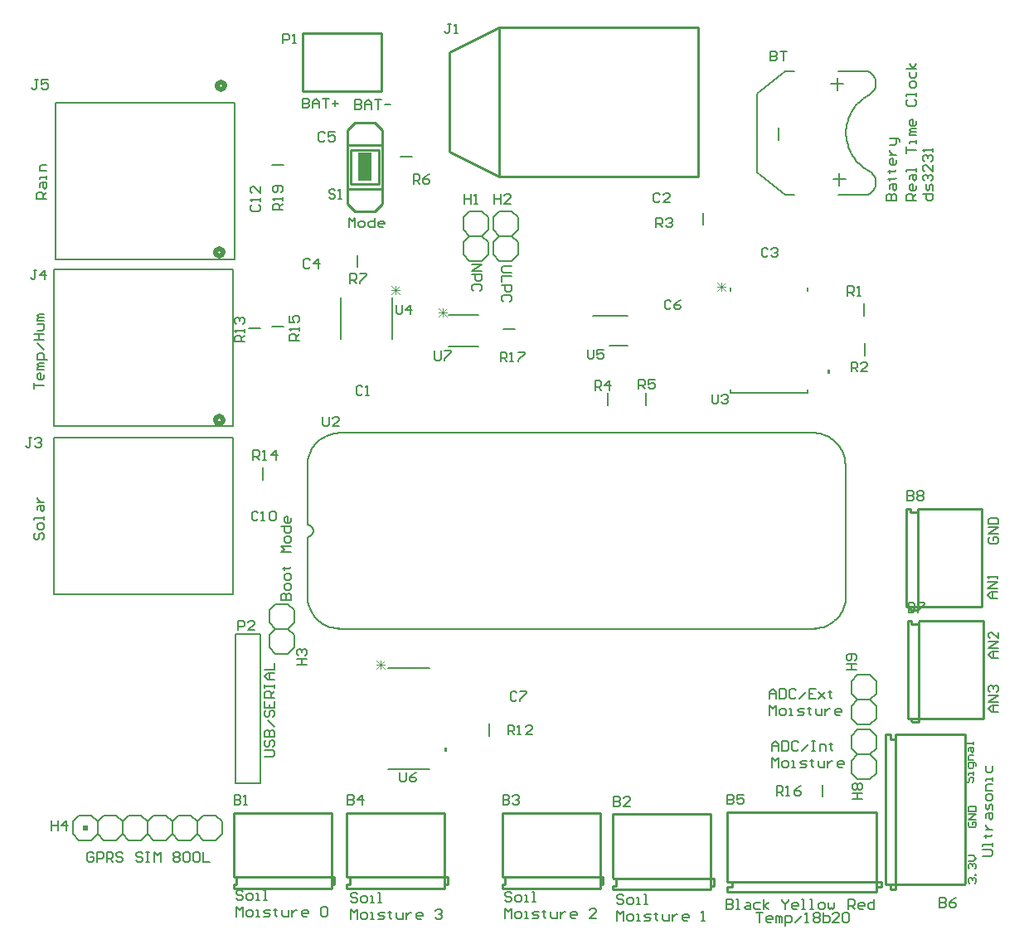
<source format=gto>
%FSTAX25Y25*%
%MOIN*%
%SFA1B1*%

%IPPOS*%
%ADD10C,0.005000*%
%ADD11C,0.020000*%
%ADD12C,0.007870*%
%ADD13C,0.010000*%
%ADD14C,0.006000*%
%ADD15C,0.003000*%
%ADD16R,0.020000X0.020000*%
%ADD17R,0.055120X0.116140*%
%LNmulti-sensor_datalogger-1*%
%LPD*%
G36*
X01721Y007575D02*
X01731D01*
Y007425*
X01721*
Y007575*
G37*
G36*
X032585Y022775D02*
X032685D01*
Y022625*
X032585*
Y022775*
G37*
G54D10*
X0342051Y0337961D02*
X034292Y0338408D01*
X0343694Y0339005*
X0344346Y0339734*
X0344855Y0340568*
X0345204Y0341481*
X0345381Y0342442*
Y034342*
X0345204Y0344381*
X0344855Y0345294*
X0344346Y0346129*
X0343694Y0346857*
X034292Y0347454*
X0342051Y0347902*
Y0337961D02*
X0341196Y0337433D01*
X0340373Y0336857*
X0339584Y0336233*
X0338834Y0335565*
X0338123Y0334855*
X0337455Y0334104*
X0336832Y0333316*
X0336256Y0332493*
X0335728Y0331638*
X0335251Y0330753*
X0334826Y0329842*
X0334455Y0328908*
X0334139Y0327955*
X0333879Y0326984*
X0333676Y0326*
X033353Y0325006*
X0333443Y0324005*
X0333414Y0323*
X0333443Y0321996*
X033353Y0320994*
X0333676Y032*
X0333879Y0319016*
X0334139Y0318045*
X0334455Y0317092*
X0334826Y0316158*
X0335251Y0315247*
X0335728Y0314363*
X0336256Y0313507*
X0336832Y0312684*
X0337455Y0311896*
X0338123Y0311145*
X0338834Y0310435*
X0339584Y0309767*
X0340373Y0309143*
X0341196Y0308567*
X0342051Y0308039*
Y0298098D02*
X034292Y0298546D01*
X0343694Y0299143*
X0344346Y0299871*
X0344855Y0300706*
X0345204Y0301619*
X0345381Y030258*
Y0303558*
X0345204Y0304519*
X0344855Y0305432*
X0344346Y0306266*
X0343694Y0306995*
X034292Y0307592*
X0342051Y0308039*
X0330378Y0347902D02*
X0342051D01*
X0330378Y0298098D02*
X0342051D01*
X0309D02*
X0312622D01*
X0297602Y0307252D02*
X0309Y0298098D01*
X0297602Y0307252D02*
Y0338748D01*
X0309Y0347902*
X0312622*
X0327425Y0342685D02*
X0332425D01*
X0329925Y0340185D02*
Y0345185D01*
X0328213Y0304378D02*
X0333213D01*
X0330713Y0301878D02*
Y0306878D01*
X0306244Y0320303D02*
Y0325303D01*
G54D11*
X00835Y0342D02*
X0083149Y0342964D01*
X0082261Y0343477*
X008125Y0343299*
X008059Y0342513*
Y0341487*
X008125Y0340701*
X0082261Y0340523*
X0083149Y0341036*
X00835Y0342*
X0083Y0275D02*
X0082649Y0275964D01*
X0081761Y0276477*
X008075Y0276299*
X008009Y0275513*
Y0274487*
X008075Y0273701*
X0081761Y0273523*
X0082649Y0274036*
X0083Y0275*
Y02075D02*
X0082649Y0208464D01*
X0081761Y0208977*
X008075Y0208799*
X008009Y0208013*
Y0206987*
X008075Y0206201*
X0081761Y0206023*
X0082649Y0206536*
X0083Y02075*
G54D12*
X0320394Y012363D02*
X0321401Y0123675D01*
X0322403Y0123797*
X0323391Y0123996*
X0324362Y0124271*
X0325308Y012462*
X0326225Y0125041*
X0327106Y0125532*
X0327948Y0126089*
X0328743Y0126708*
X0329489Y0127388*
X0330179Y0128123*
X0330812Y0128909*
X0331381Y0129742*
X0331885Y0130616*
X0332319Y0131526*
X0332683Y0132467*
X0332973Y0133433*
X0333187Y0134419*
X0333324Y0135418*
X0333385Y0136425*
X0333151Y0189377D02*
X0333109Y0190353D01*
X0332994Y0191324*
X0332806Y0192284*
X0332548Y0193226*
X0332219Y0194147*
X0331823Y0195041*
X0331361Y0195903*
X0330836Y0196727*
X0330251Y019751*
X0329608Y0198248*
X0328913Y0198935*
X0328168Y0199568*
X0327378Y0200144*
X0326547Y0200659*
X032568Y020111*
X0324782Y0201496*
X0323857Y0201813*
X0322911Y020206*
X0321949Y0202236*
X0320977Y020234*
X032Y020237*
X0116839Y0160597D02*
X0117871Y0160844D01*
X0118696Y0161511*
X0119153Y0162469*
Y0163531*
X0118696Y0164489*
X0117871Y0165156*
X0116839Y0165403*
X011685Y0136622D02*
X0116898Y0135602D01*
X0117025Y0134589*
X0117232Y0133588*
X0117515Y0132607*
X0117874Y0131651*
X0118307Y0130726*
X0118811Y0129838*
X0119382Y0128991*
X0120018Y0128192*
X0120714Y0127445*
X0121467Y0126754*
X0122271Y0126125*
X0123122Y012556*
X0124014Y0125063*
X0124942Y0124638*
X0125901Y0124286*
X0126884Y012401*
X0127886Y0123812*
X01289Y0123692*
X0129921Y0123652*
X0129575Y0202316D02*
X0128575Y0202252D01*
X0127582Y020211*
X0126603Y0201893*
X0125644Y0201602*
X012471Y0201237*
X0123806Y0200803*
X0122939Y02003*
X0122112Y0199732*
X0121332Y0199103*
X0120601Y0198415*
X0119926Y0197674*
X011931Y0196883*
X0118756Y0196047*
X0118268Y0195172*
X0117848Y0194261*
X01175Y0193321*
X0117224Y0192357*
X0117024Y0191374*
X0116899Y019038*
X011685Y0189378*
X03405Y0249638D02*
Y0254362D01*
X0324Y0056138D02*
Y0060862D01*
X0341Y0233638D02*
Y0238362D01*
X0276Y0286138D02*
Y0290862D01*
X02375Y0213638D02*
Y0218362D01*
X0253Y0213638D02*
Y0218362D01*
X0137Y0269138D02*
Y0273862D01*
X0093138Y02445D02*
X0097862D01*
X0102638Y0245D02*
X0107362D01*
X0195638Y0244D02*
X0200362D01*
X0102638Y031D02*
X0107362D01*
X0231567Y0249602D02*
X0245543D01*
X0238457Y0237398D02*
X0245543D01*
X0129449Y012363D02*
X0321181D01*
X0333228Y0136228D02*
Y0189772D01*
X0129449Y020237D02*
X0321707D01*
X0116811Y0136228D02*
Y0160638D01*
Y0165362D02*
Y0189788D01*
X0099Y0183638D02*
Y0188362D01*
X019Y0080638D02*
Y0085362D01*
X0088Y00615D02*
X0098D01*
X0088Y01215D02*
X0098D01*
Y00615D02*
Y01215D01*
X0088Y00615D02*
Y01215D01*
X0154138Y03135D02*
X0158862D01*
X0243911Y001618D02*
X0243255Y0016836D01*
X0241943*
X0241287Y001618*
Y0015524*
X0241943Y0014868*
X0243255*
X0243911Y0014212*
Y0013556*
X0243255Y00129*
X0241943*
X0241287Y0013556*
X0245879Y00129D02*
X0247191D01*
X0247847Y0013556*
Y0014868*
X0247191Y0015524*
X0245879*
X0245223Y0014868*
Y0013556*
X0245879Y00129*
X0249159D02*
X0250471D01*
X0249815*
Y0015524*
X0249159*
X0252439Y00129D02*
X0253751D01*
X0253095*
Y0016836*
X0252439*
X0241287Y0006287D02*
Y0010223D01*
X0242599Y0008911*
X0243911Y0010223*
Y0006287*
X0245879D02*
X0247191D01*
X0247847Y0006943*
Y0008255*
X0247191Y0008911*
X0245879*
X0245223Y0008255*
Y0006943*
X0245879Y0006287*
X0249159D02*
X0250471D01*
X0249815*
Y0008911*
X0249159*
X0252439Y0006287D02*
X0254406D01*
X0255063Y0006943*
X0254406Y0007599*
X0253095*
X0252439Y0008255*
X0253095Y0008911*
X0255063*
X025703Y0009567D02*
Y0008911D01*
X0256374*
X0257686*
X025703*
Y0006943*
X0257686Y0006287*
X0259654Y0008911D02*
Y0006943D01*
X026031Y0006287*
X0262278*
Y0008911*
X026359D02*
Y0006287D01*
Y0007599*
X0264246Y0008255*
X0264902Y0008911*
X0265558*
X0269494Y0006287D02*
X0268182D01*
X0267526Y0006943*
Y0008255*
X0268182Y0008911*
X0269494*
X0270149Y0008255*
Y0007599*
X0267526*
X0275397Y0006287D02*
X0276709D01*
X0276053*
Y0010223*
X0275397Y0009567*
X0334287Y0010787D02*
Y0014723D01*
X0336255*
X0336911Y0014067*
Y0012755*
X0336255Y0012099*
X0334287*
X0335599D02*
X0336911Y0010787D01*
X0340191D02*
X0338879D01*
X0338223Y0011443*
Y0012755*
X0338879Y0013411*
X0340191*
X0340847Y0012755*
Y0012099*
X0338223*
X0344783Y0014723D02*
Y0010787D01*
X0342815*
X0342159Y0011443*
Y0012755*
X0342815Y0013411*
X0344783*
X0302787Y00954D02*
Y0098024D01*
X0304099Y0099336*
X0305411Y0098024*
Y00954*
Y0097368*
X0302787*
X0306723Y0099336D02*
Y00954D01*
X0308691*
X0309347Y0096056*
Y009868*
X0308691Y0099336*
X0306723*
X0313283Y009868D02*
X0312627Y0099336D01*
X0311315*
X0310659Y009868*
Y0096056*
X0311315Y00954*
X0312627*
X0313283Y0096056*
X0314595Y00954D02*
X0317218Y0098024D01*
X0321154Y0099336D02*
X031853D01*
Y00954*
X0321154*
X031853Y0097368D02*
X0319842D01*
X0322466Y0098024D02*
X032509Y00954D01*
X0323778Y0096712*
X032509Y0098024*
X0322466Y00954*
X0327058Y009868D02*
Y0098024D01*
X0326402*
X0327714*
X0327058*
Y0096056*
X0327714Y00954*
X0302787Y0088787D02*
Y0092723D01*
X0304099Y0091411*
X0305411Y0092723*
Y0088787*
X0307379D02*
X0308691D01*
X0309347Y0089443*
Y0090755*
X0308691Y0091411*
X0307379*
X0306723Y0090755*
Y0089443*
X0307379Y0088787*
X0310659D02*
X0311971D01*
X0311315*
Y0091411*
X0310659*
X0313939Y0088787D02*
X0315907D01*
X0316563Y0089443*
X0315907Y0090099*
X0314595*
X0313939Y0090755*
X0314595Y0091411*
X0316563*
X031853Y0092067D02*
Y0091411D01*
X0317874*
X0319186*
X031853*
Y0089443*
X0319186Y0088787*
X0321154Y0091411D02*
Y0089443D01*
X032181Y0088787*
X0323778*
Y0091411*
X032509D02*
Y0088787D01*
Y0090099*
X0325746Y0090755*
X0326402Y0091411*
X0327058*
X0330994Y0088787D02*
X0329682D01*
X0329026Y0089443*
Y0090755*
X0329682Y0091411*
X0330994*
X0331649Y0090755*
Y0090099*
X0329026*
X0307787Y0014723D02*
Y0014067D01*
X0309099Y0012755*
X0310411Y0014067*
Y0014723*
X0309099Y0012755D02*
Y0010787D01*
X0313691D02*
X0312379D01*
X0311723Y0011443*
Y0012755*
X0312379Y0013411*
X0313691*
X0314347Y0012755*
Y0012099*
X0311723*
X0315659Y0010787D02*
X0316971D01*
X0316315*
Y0014723*
X0315659*
X0318939Y0010787D02*
X0320251D01*
X0319595*
Y0014723*
X0318939*
X0322874Y0010787D02*
X0324186D01*
X0324842Y0011443*
Y0012755*
X0324186Y0013411*
X0322874*
X0322218Y0012755*
Y0011443*
X0322874Y0010787*
X0326154Y0013411D02*
Y0011443D01*
X032681Y0010787*
X0327466Y0011443*
X0328122Y0010787*
X0328778Y0011443*
Y0013411*
X0285287Y0014723D02*
Y0010787D01*
X0287255*
X0287911Y0011443*
Y0012099*
X0287255Y0012755*
X0285287*
X0287255*
X0287911Y0013411*
Y0014067*
X0287255Y0014723*
X0285287*
X0289223Y0010787D02*
X0290535D01*
X0289879*
Y0014723*
X0289223*
X0293159Y0013411D02*
X0294471D01*
X0295127Y0012755*
Y0010787*
X0293159*
X0292503Y0011443*
X0293159Y0012099*
X0295127*
X0299062Y0013411D02*
X0297095D01*
X0296439Y0012755*
Y0011443*
X0297095Y0010787*
X0299062*
X0300374D02*
Y0014723D01*
Y0012099D02*
X0302342Y0013411D01*
X0300374Y0012099D02*
X0302342Y0010787D01*
X034974Y0295787D02*
X0353675D01*
Y0297755*
X0353019Y0298411*
X0352363*
X0351708Y0297755*
Y0295787*
Y0297755*
X0351052Y0298411*
X0350396*
X034974Y0297755*
Y0295787*
X0351052Y0300379D02*
Y0301691D01*
X0351708Y0302347*
X0353675*
Y0300379*
X0353019Y0299723*
X0352363Y0300379*
Y0302347*
X0350396Y0304315D02*
X0351052D01*
Y0303659*
Y0304971*
Y0304315*
X0353019*
X0353675Y0304971*
X0350396Y0307595D02*
X0351052D01*
Y0306939*
Y0308251*
Y0307595*
X0353019*
X0353675Y0308251*
Y0312186D02*
Y0310874D01*
X0353019Y0310218*
X0351708*
X0351052Y0310874*
Y0312186*
X0351708Y0312842*
X0352363*
Y0310218*
X0351052Y0314154D02*
X0353675D01*
X0352363*
X0351708Y031481*
X0351052Y0315466*
Y0316122*
Y031809D02*
X0353019D01*
X0353675Y0318746*
Y0320714*
X0354331*
X0354987Y0320058*
Y0319402*
X0353675Y0320714D02*
X0351052D01*
X03616Y0295787D02*
X0357664D01*
Y0297755*
X035832Y0298411*
X0359632*
X0360288Y0297755*
Y0295787*
Y0297099D02*
X03616Y0298411D01*
Y0301691D02*
Y0300379D01*
X0360944Y0299723*
X0359632*
X0358976Y0300379*
Y0301691*
X0359632Y0302347*
X0360288*
Y0299723*
X0358976Y0304315D02*
Y0305627D01*
X0359632Y0306283*
X03616*
Y0304315*
X0360944Y0303659*
X0360288Y0304315*
Y0306283*
X03616Y0307595D02*
Y0308907D01*
Y0308251*
X0357664*
Y0307595*
Y031481D02*
Y0317434D01*
Y0316122*
X03616*
Y0318746D02*
Y0320058D01*
Y0319402*
X0358976*
Y0318746*
X03616Y0322026D02*
X0358976D01*
Y0322682*
X0359632Y0323338*
X03616*
X0359632*
X0358976Y0323993*
X0359632Y032465*
X03616*
Y0327929D02*
Y0326617D01*
X0360944Y0325961*
X0359632*
X0358976Y0326617*
Y0327929*
X0359632Y0328585*
X0360288*
Y0325961*
X035832Y0336457D02*
X0357664Y0335801D01*
Y0334489*
X035832Y0333833*
X0360944*
X03616Y0334489*
Y0335801*
X0360944Y0336457*
X03616Y0337769D02*
Y0339081D01*
Y0338425*
X0357664*
Y0337769*
X03616Y0341704D02*
Y0343016D01*
X0360944Y0343672*
X0359632*
X0358976Y0343016*
Y0341704*
X0359632Y0341048*
X0360944*
X03616Y0341704*
X0358976Y0347608D02*
Y034564D01*
X0359632Y0344984*
X0360944*
X03616Y034564*
Y0347608*
Y034892D02*
X0357664D01*
X0360288D02*
X0358976Y0350888D01*
X0360288Y034892D02*
X03616Y0350888D01*
X0364277Y0298411D02*
X0368213D01*
Y0296443*
X0367557Y0295787*
X0366245*
X0365589Y0296443*
Y0298411*
X0368213Y0299723D02*
Y0301691D01*
X0367557Y0302347*
X0366901Y0301691*
Y0300379*
X0366245Y0299723*
X0365589Y0300379*
Y0302347*
X0364933Y0303659D02*
X0364277Y0304315D01*
Y0305627*
X0364933Y0306283*
X0365589*
X0366245Y0305627*
Y0304971*
Y0305627*
X0366901Y0306283*
X0367557*
X0368213Y0305627*
Y0304315*
X0367557Y0303659*
X0368213Y0310218D02*
Y0307595D01*
X0365589Y0310218*
X0364933*
X0364277Y0309562*
Y0308251*
X0364933Y0307595*
Y031153D02*
X0364277Y0312186D01*
Y0313498*
X0364933Y0314154*
X0365589*
X0366245Y0313498*
Y0312842*
Y0313498*
X0366901Y0314154*
X0367557*
X0368213Y0313498*
Y0312186*
X0367557Y031153*
X0368213Y0315466D02*
Y0316778D01*
Y0316122*
X0364277*
X0364933Y0315466*
X0394213Y0135787D02*
X0391589D01*
X0390277Y0137099*
X0391589Y0138411*
X0394213*
X0392245*
Y0135787*
X0394213Y0139723D02*
X0390277D01*
X0394213Y0142347*
X0390277*
X0394213Y0143659D02*
Y0144971D01*
Y0144315*
X0390277*
X0390933Y0143659*
X0382039Y0063886D02*
X0381515Y0063362D01*
Y0062312*
X0382039Y0061787*
X0382564*
X0383089Y0062312*
Y0063362*
X0383613Y0063886*
X0384138*
X0384663Y0063362*
Y0062312*
X0384138Y0061787*
X0384663Y0064936D02*
Y0065986D01*
Y0065461*
X0382564*
Y0064936*
X0385713Y0068609D02*
Y0069134D01*
X0385188Y0069659*
X0382564*
Y0068085*
X0383089Y006756*
X0384138*
X0384663Y0068085*
Y0069659*
Y0070708D02*
X0382564D01*
Y0072283*
X0383089Y0072808*
X0384663*
X0382564Y0074382D02*
Y0075431D01*
X0383089Y0075956*
X0384663*
Y0074382*
X0384138Y0073857*
X0383613Y0074382*
Y0075956*
X0384663Y0077006D02*
Y0078055D01*
Y007753*
X0381515*
Y0077006*
X0030911Y0033067D02*
X0030255Y0033723D01*
X0028943*
X0028287Y0033067*
Y0030443*
X0028943Y0029787*
X0030255*
X0030911Y0030443*
Y0031755*
X0029599*
X0032223Y0029787D02*
Y0033723D01*
X0034191*
X0034847Y0033067*
Y0031755*
X0034191Y0031099*
X0032223*
X0036159Y0029787D02*
Y0033723D01*
X0038127*
X0038783Y0033067*
Y0031755*
X0038127Y0031099*
X0036159*
X0037471D02*
X0038783Y0029787D01*
X0042718Y0033067D02*
X0042063Y0033723D01*
X0040751*
X0040095Y0033067*
Y0032411*
X0040751Y0031755*
X0042063*
X0042718Y0031099*
Y0030443*
X0042063Y0029787*
X0040751*
X0040095Y0030443*
X005059Y0033067D02*
X0049934Y0033723D01*
X0048622*
X0047966Y0033067*
Y0032411*
X0048622Y0031755*
X0049934*
X005059Y0031099*
Y0030443*
X0049934Y0029787*
X0048622*
X0047966Y0030443*
X0051902Y0033723D02*
X0053214D01*
X0052558*
Y0029787*
X0051902*
X0053214*
X0055182D02*
Y0033723D01*
X0056494Y0032411*
X0057805Y0033723*
Y0029787*
X0063053Y0033067D02*
X0063709Y0033723D01*
X0065021*
X0065677Y0033067*
Y0032411*
X0065021Y0031755*
X0065677Y0031099*
Y0030443*
X0065021Y0029787*
X0063709*
X0063053Y0030443*
Y0031099*
X0063709Y0031755*
X0063053Y0032411*
Y0033067*
X0063709Y0031755D02*
X0065021D01*
X0066989Y0033067D02*
X0067645Y0033723D01*
X0068957*
X0069613Y0033067*
Y0030443*
X0068957Y0029787*
X0067645*
X0066989Y0030443*
Y0033067*
X0070925D02*
X007158Y0033723D01*
X0072892*
X0073548Y0033067*
Y0030443*
X0072892Y0029787*
X007158*
X0070925Y0030443*
Y0033067*
X007486Y0033723D02*
Y0029787D01*
X0077484*
X0198911Y001718D02*
X0198255Y0017836D01*
X0196943*
X0196287Y001718*
Y0016524*
X0196943Y0015868*
X0198255*
X0198911Y0015212*
Y0014556*
X0198255Y00139*
X0196943*
X0196287Y0014556*
X0200879Y00139D02*
X0202191D01*
X0202847Y0014556*
Y0015868*
X0202191Y0016524*
X0200879*
X0200223Y0015868*
Y0014556*
X0200879Y00139*
X0204159D02*
X0205471D01*
X0204815*
Y0016524*
X0204159*
X0207439Y00139D02*
X0208751D01*
X0208095*
Y0017836*
X0207439*
X0196287Y0007287D02*
Y0011223D01*
X0197599Y0009911*
X0198911Y0011223*
Y0007287*
X0200879D02*
X0202191D01*
X0202847Y0007943*
Y0009255*
X0202191Y0009911*
X0200879*
X0200223Y0009255*
Y0007943*
X0200879Y0007287*
X0204159D02*
X0205471D01*
X0204815*
Y0009911*
X0204159*
X0207439Y0007287D02*
X0209406D01*
X0210063Y0007943*
X0209406Y0008599*
X0208095*
X0207439Y0009255*
X0208095Y0009911*
X0210063*
X021203Y0010567D02*
Y0009911D01*
X0211374*
X0212686*
X021203*
Y0007943*
X0212686Y0007287*
X0214654Y0009911D02*
Y0007943D01*
X021531Y0007287*
X0217278*
Y0009911*
X021859D02*
Y0007287D01*
Y0008599*
X0219246Y0009255*
X0219902Y0009911*
X0220558*
X0224494Y0007287D02*
X0223182D01*
X0222526Y0007943*
Y0009255*
X0223182Y0009911*
X0224494*
X0225149Y0009255*
Y0008599*
X0222526*
X0233021Y0007287D02*
X0230397D01*
X0233021Y0009911*
Y0010567*
X0232365Y0011223*
X0231053*
X0230397Y0010567*
X0099664Y0072287D02*
X0102944D01*
X01036Y0072943*
Y0074255*
X0102944Y0074911*
X0099664*
X010032Y0078847D02*
X0099664Y0078191D01*
Y0076879*
X010032Y0076223*
X0100976*
X0101632Y0076879*
Y0078191*
X0102288Y0078847*
X0102944*
X01036Y0078191*
Y0076879*
X0102944Y0076223*
X0099664Y0080159D02*
X01036D01*
Y0082127*
X0102944Y0082783*
X0102288*
X0101632Y0082127*
Y0080159*
Y0082127*
X0100976Y0082783*
X010032*
X0099664Y0082127*
Y0080159*
X01036Y0084095D02*
X0100976Y0086718D01*
X010032Y0090654D02*
X0099664Y0089998D01*
Y0088686*
X010032Y008803*
X0100976*
X0101632Y0088686*
Y0089998*
X0102288Y0090654*
X0102944*
X01036Y0089998*
Y0088686*
X0102944Y008803*
X0099664Y009459D02*
Y0091966D01*
X01036*
Y009459*
X0101632Y0091966D02*
Y0093278D01*
X01036Y0095902D02*
X0099664D01*
Y009787*
X010032Y0098526*
X0101632*
X0102288Y009787*
Y0095902*
Y0097214D02*
X01036Y0098526D01*
X0099664Y0099838D02*
Y0101149D01*
Y0100494*
X01036*
Y0099838*
Y0101149*
Y0103117D02*
X0100976D01*
X0099664Y0104429*
X0100976Y0105741*
X01036*
X0101632*
Y0103117*
X0099664Y0107053D02*
X01036D01*
Y0109677*
X0136911Y001668D02*
X0136255Y0017336D01*
X0134943*
X0134287Y001668*
Y0016024*
X0134943Y0015368*
X0136255*
X0136911Y0014712*
Y0014056*
X0136255Y00134*
X0134943*
X0134287Y0014056*
X0138879Y00134D02*
X0140191D01*
X0140847Y0014056*
Y0015368*
X0140191Y0016024*
X0138879*
X0138223Y0015368*
Y0014056*
X0138879Y00134*
X0142159D02*
X0143471D01*
X0142815*
Y0016024*
X0142159*
X0145439Y00134D02*
X0146751D01*
X0146095*
Y0017336*
X0145439*
X0134287Y0006787D02*
Y0010723D01*
X0135599Y0009411*
X0136911Y0010723*
Y0006787*
X0138879D02*
X0140191D01*
X0140847Y0007443*
Y0008755*
X0140191Y0009411*
X0138879*
X0138223Y0008755*
Y0007443*
X0138879Y0006787*
X0142159D02*
X0143471D01*
X0142815*
Y0009411*
X0142159*
X0145439Y0006787D02*
X0147406D01*
X0148063Y0007443*
X0147406Y0008099*
X0146095*
X0145439Y0008755*
X0146095Y0009411*
X0148063*
X015003Y0010067D02*
Y0009411D01*
X0149374*
X0150686*
X015003*
Y0007443*
X0150686Y0006787*
X0152654Y0009411D02*
Y0007443D01*
X015331Y0006787*
X0155278*
Y0009411*
X015659D02*
Y0006787D01*
Y0008099*
X0157246Y0008755*
X0157902Y0009411*
X0158558*
X0162494Y0006787D02*
X0161182D01*
X0160526Y0007443*
Y0008755*
X0161182Y0009411*
X0162494*
X0163149Y0008755*
Y0008099*
X0160526*
X0168397Y0010067D02*
X0169053Y0010723D01*
X0170365*
X0171021Y0010067*
Y0009411*
X0170365Y0008755*
X0169709*
X0170365*
X0171021Y0008099*
Y0007443*
X0170365Y0006787*
X0169053*
X0168397Y0007443*
X0090911Y001768D02*
X0090255Y0018336D01*
X0088943*
X0088287Y001768*
Y0017024*
X0088943Y0016368*
X0090255*
X0090911Y0015712*
Y0015056*
X0090255Y00144*
X0088943*
X0088287Y0015056*
X0092879Y00144D02*
X0094191D01*
X0094847Y0015056*
Y0016368*
X0094191Y0017024*
X0092879*
X0092223Y0016368*
Y0015056*
X0092879Y00144*
X0096159D02*
X0097471D01*
X0096815*
Y0017024*
X0096159*
X0099439Y00144D02*
X0100751D01*
X0100095*
Y0018336*
X0099439*
X0088287Y0007787D02*
Y0011723D01*
X0089599Y0010411*
X0090911Y0011723*
Y0007787*
X0092879D02*
X0094191D01*
X0094847Y0008443*
Y0009755*
X0094191Y0010411*
X0092879*
X0092223Y0009755*
Y0008443*
X0092879Y0007787*
X0096159D02*
X0097471D01*
X0096815*
Y0010411*
X0096159*
X0099439Y0007787D02*
X0101407D01*
X0102062Y0008443*
X0101407Y0009099*
X0100095*
X0099439Y0009755*
X0100095Y0010411*
X0102062*
X010403Y0011067D02*
Y0010411D01*
X0103374*
X0104686*
X010403*
Y0008443*
X0104686Y0007787*
X0106654Y0010411D02*
Y0008443D01*
X010731Y0007787*
X0109278*
Y0010411*
X011059D02*
Y0007787D01*
Y0009099*
X0111246Y0009755*
X0111902Y0010411*
X0112558*
X0116493Y0007787D02*
X0115182D01*
X0114526Y0008443*
Y0009755*
X0115182Y0010411*
X0116493*
X0117149Y0009755*
Y0009099*
X0114526*
X0122397Y0011067D02*
X0123053Y0011723D01*
X0124365*
X0125021Y0011067*
Y0008443*
X0124365Y0007787*
X0123053*
X0122397Y0008443*
Y0011067*
X0106277Y0135287D02*
X0110213D01*
Y0137255*
X0109557Y0137911*
X0108901*
X0108245Y0137255*
Y0135287*
Y0137255*
X0107589Y0137911*
X0106933*
X0106277Y0137255*
Y0135287*
X0110213Y0139879D02*
Y0141191D01*
X0109557Y0141847*
X0108245*
X0107589Y0141191*
Y0139879*
X0108245Y0139223*
X0109557*
X0110213Y0139879*
Y0143815D02*
Y0145127D01*
X0109557Y0145783*
X0108245*
X0107589Y0145127*
Y0143815*
X0108245Y0143159*
X0109557*
X0110213Y0143815*
X0106933Y0147751D02*
X0107589D01*
Y0147095*
Y0148407*
Y0147751*
X0109557*
X0110213Y0148407*
Y015431D02*
X0106277D01*
X0107589Y0155622*
X0106277Y0156934*
X0110213*
Y0158902D02*
Y0160214D01*
X0109557Y016087*
X0108245*
X0107589Y0160214*
Y0158902*
X0108245Y0158246*
X0109557*
X0110213Y0158902*
X0106277Y0164805D02*
X0110213D01*
Y0162838*
X0109557Y0162182*
X0108245*
X0107589Y0162838*
Y0164805*
X0110213Y0168085D02*
Y0166773D01*
X0109557Y0166117*
X0108245*
X0107589Y0166773*
Y0168085*
X0108245Y0168741*
X0108901*
Y0166117*
X0394713Y0090287D02*
X0392089D01*
X0390777Y0091599*
X0392089Y0092911*
X0394713*
X0392745*
Y0090287*
X0394713Y0094223D02*
X0390777D01*
X0394713Y0096847*
X0390777*
X0391433Y0098159D02*
X0390777Y0098815D01*
Y0100127*
X0391433Y0100783*
X0392089*
X0392745Y0100127*
Y0099471*
Y0100127*
X0393401Y0100783*
X0394057*
X0394713Y0100127*
Y0098815*
X0394057Y0098159*
X0388277Y0032287D02*
X0391557D01*
X0392213Y0032943*
Y0034255*
X0391557Y0034911*
X0388277*
X0392213Y0036223D02*
Y0037535D01*
Y0036879*
X0388277*
Y0036223*
X0388933Y0040159D02*
X0389589D01*
Y0039503*
Y0040815*
Y0040159*
X0391557*
X0392213Y0040815*
X0389589Y0042783D02*
X0392213D01*
X0390901*
X0390245Y0043439*
X0389589Y0044095*
Y0044751*
Y0047374D02*
Y0048686D01*
X0390245Y0049342*
X0392213*
Y0047374*
X0391557Y0046718*
X0390901Y0047374*
Y0049342*
X0392213Y0050654D02*
Y0052622D01*
X0391557Y0053278*
X0390901Y0052622*
Y005131*
X0390245Y0050654*
X0389589Y005131*
Y0053278*
X0392213Y0055246D02*
Y0056558D01*
X0391557Y0057214*
X0390245*
X0389589Y0056558*
Y0055246*
X0390245Y005459*
X0391557*
X0392213Y0055246*
Y0058526D02*
X0389589D01*
Y0060493*
X0390245Y006115*
X0392213*
Y0062461D02*
Y0063773D01*
Y0063117*
X0389589*
Y0062461*
Y0068365D02*
Y0066397D01*
X0390245Y0065741*
X0391557*
X0392213Y0066397*
Y0068365*
X0297287Y0009535D02*
X0299911D01*
X0298599*
Y0005599*
X0303191D02*
X0301879D01*
X0301223Y0006255*
Y0007567*
X0301879Y0008223*
X0303191*
X0303847Y0007567*
Y0006911*
X0301223*
X0305159Y0005599D02*
Y0008223D01*
X0305815*
X0306471Y0007567*
Y0005599*
Y0007567*
X0307127Y0008223*
X0307783Y0007567*
Y0005599*
X0309095Y0004287D02*
Y0008223D01*
X0311063*
X0311718Y0007567*
Y0006255*
X0311063Y0005599*
X0309095*
X031303D02*
X0315654Y0008223D01*
X0316966Y0005599D02*
X0318278D01*
X0317622*
Y0009535*
X0316966Y0008879*
X0320246D02*
X0320902Y0009535D01*
X0322214*
X032287Y0008879*
Y0008223*
X0322214Y0007567*
X032287Y0006911*
Y0006255*
X0322214Y0005599*
X0320902*
X0320246Y0006255*
Y0006911*
X0320902Y0007567*
X0320246Y0008223*
Y0008879*
X0320902Y0007567D02*
X0322214D01*
X0324182Y0009535D02*
Y0005599D01*
X032615*
X0326805Y0006255*
Y0006911*
Y0007567*
X032615Y0008223*
X0324182*
X0330741Y0005599D02*
X0328117D01*
X0330741Y0008223*
Y0008879*
X0330085Y0009535*
X0328773*
X0328117Y0008879*
X0332053D02*
X0332709Y0009535D01*
X0334021*
X0334677Y0008879*
Y0006255*
X0334021Y0005599*
X0332709*
X0332053Y0006255*
Y0008879*
X0383089Y0045886D02*
X0382564Y0045362D01*
Y0044312*
X0383089Y0043787*
X0385188*
X0385713Y0044312*
Y0045362*
X0385188Y0045886*
X0384138*
Y0044837*
X0385713Y0046936D02*
X0382564D01*
X0385713Y0049035*
X0382564*
Y0050085D02*
X0385713D01*
Y0051659*
X0385188Y0052184*
X0383089*
X0382564Y0051659*
Y0050085*
X0303787Y00744D02*
Y0077024D01*
X0305099Y0078336*
X0306411Y0077024*
Y00744*
Y0076368*
X0303787*
X0307723Y0078336D02*
Y00744D01*
X0309691*
X0310347Y0075056*
Y007768*
X0309691Y0078336*
X0307723*
X0314283Y007768D02*
X0313627Y0078336D01*
X0312315*
X0311659Y007768*
Y0075056*
X0312315Y00744*
X0313627*
X0314283Y0075056*
X0315595Y00744D02*
X0318218Y0077024D01*
X031953Y0078336D02*
X0320842D01*
X0320186*
Y00744*
X031953*
X0320842*
X032281D02*
Y0077024D01*
X0324778*
X0325434Y0076368*
Y00744*
X0327402Y007768D02*
Y0077024D01*
X0326746*
X0328058*
X0327402*
Y0075056*
X0328058Y00744*
X0303787Y0067787D02*
Y0071723D01*
X0305099Y0070411*
X0306411Y0071723*
Y0067787*
X0308379D02*
X0309691D01*
X0310347Y0068443*
Y0069755*
X0309691Y0070411*
X0308379*
X0307723Y0069755*
Y0068443*
X0308379Y0067787*
X0311659D02*
X0312971D01*
X0312315*
Y0070411*
X0311659*
X0314939Y0067787D02*
X0316906D01*
X0317563Y0068443*
X0316906Y0069099*
X0315595*
X0314939Y0069755*
X0315595Y0070411*
X0317563*
X031953Y0071067D02*
Y0070411D01*
X0318874*
X0320186*
X031953*
Y0068443*
X0320186Y0067787*
X0322154Y0070411D02*
Y0068443D01*
X032281Y0067787*
X0324778*
Y0070411*
X032609D02*
Y0067787D01*
Y0069099*
X0326746Y0069755*
X0327402Y0070411*
X0328058*
X0331994Y0067787D02*
X0330682D01*
X0330026Y0068443*
Y0069755*
X0330682Y0070411*
X0331994*
X0332649Y0069755*
Y0069099*
X0330026*
X0394713Y0111787D02*
X0392089D01*
X0390777Y0113099*
X0392089Y0114411*
X0394713*
X0392745*
Y0111787*
X0394713Y0115723D02*
X0390777D01*
X0394713Y0118347*
X0390777*
X0394713Y0122283D02*
Y0119659D01*
X0392089Y0122283*
X0391433*
X0390777Y0121627*
Y0120315*
X0391433Y0119659*
Y0160411D02*
X0390777Y0159755D01*
Y0158443*
X0391433Y0157787*
X0394057*
X0394713Y0158443*
Y0159755*
X0394057Y0160411*
X0392745*
Y0159099*
X0394713Y0161723D02*
X0390777D01*
X0394713Y0164347*
X0390777*
Y0165659D02*
X0394713D01*
Y0167627*
X0394057Y0168283*
X0391433*
X0390777Y0167627*
Y0165659*
X0383089Y0021287D02*
X0382564Y0021812D01*
Y0022862*
X0383089Y0023386*
X0383613*
X0384138Y0022862*
Y0022337*
Y0022862*
X0384663Y0023386*
X0385188*
X0385713Y0022862*
Y0021812*
X0385188Y0021287*
X0385713Y0024436D02*
X0385188D01*
Y0024961*
X0385713*
Y0024436*
X0383089Y002706D02*
X0382564Y0027585D01*
Y0028634*
X0383089Y0029159*
X0383613*
X0384138Y0028634*
Y0028109*
Y0028634*
X0384663Y0029159*
X0385188*
X0385713Y0028634*
Y0027585*
X0385188Y002706*
X0382564Y0030208D02*
X0384663D01*
X0385713Y0031258*
X0384663Y0032307*
X0382564*
X0183Y027D02*
X0186936D01*
X0183Y0267376*
X0186936*
X0183Y0266064D02*
X0186936D01*
Y0264096*
X018628Y026344*
X0184968*
X0184312Y0264096*
Y0266064*
X018628Y0259505D02*
X0186936Y0260161D01*
Y0261473*
X018628Y0262128*
X0183656*
X0183Y0261473*
Y0260161*
X0183656Y0259505*
X0198968Y0269543D02*
X0195688D01*
X0195032Y0268887*
Y0267575*
X0195688Y0266919*
X0198968*
Y0265608D02*
X0195032D01*
Y0262984*
Y0261672D02*
X0198968D01*
Y0259704*
X0198312Y0259048*
X0197*
X0196344Y0259704*
Y0261672*
X0198312Y0255112D02*
X0198968Y0255768D01*
Y025708*
X0198312Y0257736*
X0195688*
X0195032Y025708*
Y0255768*
X0195688Y0255112*
X0012Y02965D02*
X0008064D01*
Y0298468*
X000872Y0299124*
X0010032*
X0010688Y0298468*
Y02965*
Y0297812D02*
X0012Y0299124D01*
X0009376Y0301092D02*
Y0302404D01*
X0010032Y030306*
X0012*
Y0301092*
X0011344Y0300436*
X0010688Y0301092*
Y030306*
X0012Y0304372D02*
Y0305683D01*
Y0305027*
X0009376*
Y0304372*
X0012Y0307651D02*
X0009376D01*
Y0309619*
X0010032Y0310275*
X0012*
X000772Y0162124D02*
X0007064Y0161468D01*
Y0160156*
X000772Y01595*
X0008376*
X0009032Y0160156*
Y0161468*
X0009688Y0162124*
X0010344*
X0011Y0161468*
Y0160156*
X0010344Y01595*
X0011Y0164092D02*
Y0165404D01*
X0010344Y016606*
X0009032*
X0008376Y0165404*
Y0164092*
X0009032Y0163436*
X0010344*
X0011Y0164092*
Y0167371D02*
Y0168683D01*
Y0168027*
X0007064*
Y0167371*
X0008376Y0171307D02*
Y0172619D01*
X0009032Y0173275*
X0011*
Y0171307*
X0010344Y0170651*
X0009688Y0171307*
Y0173275*
X0008376Y0174587D02*
X0011D01*
X0009688*
X0009032Y0175243*
X0008376Y0175899*
Y0176555*
X0007064Y022D02*
Y0222624D01*
Y0221312*
X0011*
Y0225904D02*
Y0224592D01*
X0010344Y0223936*
X0009032*
X0008376Y0224592*
Y0225904*
X0009032Y022656*
X0009688*
Y0223936*
X0011Y0227871D02*
X0008376D01*
Y0228527*
X0009032Y0229183*
X0011*
X0009032*
X0008376Y0229839*
X0009032Y0230495*
X0011*
X0012312Y0231807D02*
X0008376D01*
Y0233775*
X0009032Y0234431*
X0010344*
X0011Y0233775*
Y0231807*
Y0235743D02*
X0008376Y0238367D01*
X0007064Y0239679D02*
X0011D01*
X0009032*
Y0242302*
X0007064*
X0011*
X0008376Y0243614D02*
X0010344D01*
X0011Y024427*
Y0246238*
X0008376*
X0011Y024755D02*
X0008376D01*
Y0248206*
X0009032Y0248862*
X0011*
X0009032*
X0008376Y0249518*
X0009032Y0250174*
X0011*
X0115Y0336936D02*
Y0333D01*
X0116968*
X0117624Y0333656*
Y0334312*
X0116968Y0334968*
X0115*
X0116968*
X0117624Y0335624*
Y033628*
X0116968Y0336936*
X0115*
X0118936Y0333D02*
Y0335624D01*
X0120248Y0336936*
X012156Y0335624*
Y0333*
Y0334968*
X0118936*
X0122871Y0336936D02*
X0125495D01*
X0124183*
Y0333*
X0126807Y0334968D02*
X0129431D01*
X0128119Y033628D02*
Y0333656D01*
X0136Y0336436D02*
Y03325D01*
X0137968*
X0138624Y0333156*
Y0333812*
X0137968Y0334468*
X0136*
X0137968*
X0138624Y0335124*
Y033578*
X0137968Y0336436*
X0136*
X0139936Y03325D02*
Y0335124D01*
X0141248Y0336436*
X014256Y0335124*
Y03325*
Y0334468*
X0139936*
X0143871Y0336436D02*
X0146495D01*
X0145183*
Y03325*
X0147807Y0334468D02*
X0150431D01*
X01335Y0285D02*
Y0288936D01*
X0134812Y0287624*
X0136124Y0288936*
Y0285*
X0138092D02*
X0139404D01*
X014006Y0285656*
Y0286968*
X0139404Y0287624*
X0138092*
X0137436Y0286968*
Y0285656*
X0138092Y0285*
X0143995Y0288936D02*
Y0285D01*
X0142027*
X0141372Y0285656*
Y0286968*
X0142027Y0287624*
X0143995*
X0147275Y0285D02*
X0145963D01*
X0145307Y0285656*
Y0286968*
X0145963Y0287624*
X0147275*
X0147931Y0286968*
Y0286312*
X0145307*
X0174624Y0366936D02*
X0173312D01*
X0173968*
Y0363656*
X0173312Y0363*
X0172656*
X0172Y0363656*
X0175936Y0363D02*
X0177248D01*
X0176592*
Y0366936*
X0175936Y036628*
X009472Y0294124D02*
X0094064Y0293468D01*
Y0292156*
X009472Y02915*
X0097344*
X0098Y0292156*
Y0293468*
X0097344Y0294124*
X0098Y0295436D02*
Y0296748D01*
Y0296092*
X0094064*
X009472Y0295436*
X0098Y0301339D02*
Y0298715D01*
X0095376Y0301339*
X009472*
X0094064Y0300683*
Y0299372*
X009472Y0298715*
X0168Y0235436D02*
Y0232156D01*
X0168656Y02315*
X0169968*
X0170624Y0232156*
Y0235436*
X0171936D02*
X017456D01*
Y023478*
X0171936Y0232156*
Y02315*
X0154Y0065936D02*
Y0062656D01*
X0154656Y0062*
X0155968*
X0156624Y0062656*
Y0065936*
X016056D02*
X0159248Y006528D01*
X0157936Y0063968*
Y0062656*
X0158592Y0062*
X0159904*
X016056Y0062656*
Y0063312*
X0159904Y0063968*
X0157936*
X02295Y0235936D02*
Y0232656D01*
X0230156Y0232*
X0231468*
X0232124Y0232656*
Y0235936*
X023606D02*
X0233436D01*
Y0233968*
X0234748Y0234624*
X0235404*
X023606Y0233968*
Y0232656*
X0235404Y0232*
X0234092*
X0233436Y0232656*
X01525Y0253936D02*
Y0250656D01*
X0153156Y025*
X0154468*
X0155124Y0250656*
Y0253936*
X0158404Y025D02*
Y0253936D01*
X0156436Y0251968*
X015906*
X02795Y0217936D02*
Y0214656D01*
X0280156Y0214*
X0281468*
X0282124Y0214656*
Y0217936*
X0283436Y021728D02*
X0284092Y0217936D01*
X0285404*
X028606Y021728*
Y0216624*
X0285404Y0215968*
X0284748*
X0285404*
X028606Y0215312*
Y0214656*
X0285404Y0214*
X0284092*
X0283436Y0214656*
X0123Y0208936D02*
Y0205656D01*
X0123656Y0205*
X0124968*
X0125624Y0205656*
Y0208936*
X012956Y0205D02*
X0126936D01*
X012956Y0207624*
Y020828*
X0128904Y0208936*
X0127592*
X0126936Y020828*
X0128124Y029978D02*
X0127468Y0300436D01*
X0126156*
X01255Y029978*
Y0299124*
X0126156Y0298468*
X0127468*
X0128124Y0297812*
Y0297156*
X0127468Y02965*
X0126156*
X01255Y0297156*
X0129436Y02965D02*
X0130748D01*
X0130092*
Y0300436*
X0129436Y029978*
X0107Y0292D02*
X0103064D01*
Y0293968*
X010372Y0294624*
X0105032*
X0105688Y0293968*
Y0292*
Y0293312D02*
X0107Y0294624D01*
Y0295936D02*
Y0297248D01*
Y0296592*
X0103064*
X010372Y0295936*
X0106344Y0299216D02*
X0107Y0299871D01*
Y0301183*
X0106344Y0301839*
X010372*
X0103064Y0301183*
Y0299871*
X010372Y0299216*
X0104376*
X0105032Y0299871*
Y0301839*
X01945Y0231D02*
Y0234936D01*
X0196468*
X0197124Y023428*
Y0232968*
X0196468Y0232312*
X01945*
X0195812D02*
X0197124Y0231D01*
X0198436D02*
X0199748D01*
X0199092*
Y0234936*
X0198436Y023428*
X0201715Y0234936D02*
X0204339D01*
Y023428*
X0201715Y0231656*
Y0231*
X03055Y00565D02*
Y0060436D01*
X0307468*
X0308124Y005978*
Y0058468*
X0307468Y0057812*
X03055*
X0306812D02*
X0308124Y00565D01*
X0309436D02*
X0310748D01*
X0310092*
Y0060436*
X0309436Y005978*
X0315339Y0060436D02*
X0314027Y005978D01*
X0312716Y0058468*
Y0057156*
X0313371Y00565*
X0314683*
X0315339Y0057156*
Y0057812*
X0314683Y0058468*
X0312716*
X01135Y02395D02*
X0109564D01*
Y0241468*
X011022Y0242124*
X0111532*
X0112188Y0241468*
Y02395*
Y0240812D02*
X01135Y0242124D01*
Y0243436D02*
Y0244748D01*
Y0244092*
X0109564*
X011022Y0243436*
X0109564Y0249339D02*
Y0246715D01*
X0111532*
X0110876Y0248027*
Y0248683*
X0111532Y0249339*
X0112844*
X01135Y0248683*
Y0247372*
X0112844Y0246715*
X0095Y01915D02*
Y0195436D01*
X0096968*
X0097624Y019478*
Y0193468*
X0096968Y0192812*
X0095*
X0096312D02*
X0097624Y01915D01*
X0098936D02*
X0100248D01*
X0099592*
Y0195436*
X0098936Y019478*
X0104183Y01915D02*
Y0195436D01*
X0102216Y0193468*
X0104839*
X00915Y0239D02*
X0087564D01*
Y0240968*
X008822Y0241624*
X0089532*
X0090188Y0240968*
Y0239*
Y0240312D02*
X00915Y0241624D01*
Y0242936D02*
Y0244248D01*
Y0243592*
X0087564*
X008822Y0242936*
Y0246216D02*
X0087564Y0246871D01*
Y0248183*
X008822Y0248839*
X0088876*
X0089532Y0248183*
Y0247527*
Y0248183*
X0090188Y0248839*
X0090844*
X00915Y0248183*
Y0246871*
X0090844Y0246216*
X01975Y0081D02*
Y0084936D01*
X0199468*
X0200124Y008428*
Y0082968*
X0199468Y0082312*
X01975*
X0198812D02*
X0200124Y0081D01*
X0201436D02*
X0202748D01*
X0202092*
Y0084936*
X0201436Y008428*
X0207339Y0081D02*
X0204715D01*
X0207339Y0083624*
Y008428*
X0206683Y0084936*
X0205371*
X0204715Y008428*
X0134Y02625D02*
Y0266436D01*
X0135968*
X0136624Y026578*
Y0264468*
X0135968Y0263812*
X0134*
X0135312D02*
X0136624Y02625D01*
X0137936Y0266436D02*
X014056D01*
Y026578*
X0137936Y0263156*
Y02625*
X01595Y03025D02*
Y0306436D01*
X0161468*
X0162124Y030578*
Y0304468*
X0161468Y0303812*
X01595*
X0160812D02*
X0162124Y03025D01*
X016606Y0306436D02*
X0164748Y030578D01*
X0163436Y0304468*
Y0303156*
X0164092Y03025*
X0165404*
X016606Y0303156*
Y0303812*
X0165404Y0304468*
X0163436*
X025Y022D02*
Y0223936D01*
X0251968*
X0252624Y022328*
Y0221968*
X0251968Y0221312*
X025*
X0251312D02*
X0252624Y022D01*
X025656Y0223936D02*
X0253936D01*
Y0221968*
X0255248Y0222624*
X0255904*
X025656Y0221968*
Y0220656*
X0255904Y022*
X0254592*
X0253936Y0220656*
X02325Y02195D02*
Y0223436D01*
X0234468*
X0235124Y022278*
Y0221468*
X0234468Y0220812*
X02325*
X0233812D02*
X0235124Y02195D01*
X0238404D02*
Y0223436D01*
X0236436Y0221468*
X023906*
X0257Y0285D02*
Y0288936D01*
X0258968*
X0259624Y028828*
Y0286968*
X0258968Y0286312*
X0257*
X0258312D02*
X0259624Y0285D01*
X0260936Y028828D02*
X0261592Y0288936D01*
X0262904*
X026356Y028828*
Y0287624*
X0262904Y0286968*
X0262248*
X0262904*
X026356Y0286312*
Y0285656*
X0262904Y0285*
X0261592*
X0260936Y0285656*
X03355Y0227D02*
Y0230936D01*
X0337468*
X0338124Y023028*
Y0228968*
X0337468Y0228312*
X03355*
X0336812D02*
X0338124Y0227D01*
X034206D02*
X0339436D01*
X034206Y0229624*
Y023028*
X0341404Y0230936*
X0340092*
X0339436Y023028*
X0334Y02575D02*
Y0261436D01*
X0335968*
X0336624Y026078*
Y0259468*
X0335968Y0258812*
X0334*
X0335312D02*
X0336624Y02575D01*
X0337936D02*
X0339248D01*
X0338592*
Y0261436*
X0337936Y026078*
X0089Y0123D02*
Y0126936D01*
X0090968*
X0091624Y012628*
Y0124968*
X0090968Y0124312*
X0089*
X009556Y0123D02*
X0092936D01*
X009556Y0125624*
Y012628*
X0094904Y0126936*
X0093592*
X0092936Y012628*
X0107Y0359D02*
Y0362936D01*
X0108968*
X0109624Y036228*
Y0360968*
X0108968Y0360312*
X0107*
X0110936Y0359D02*
X0112248D01*
X0111592*
Y0362936*
X0110936Y036228*
X0008624Y0344436D02*
X0007312D01*
X0007968*
Y0341156*
X0007312Y03405*
X0006656*
X0006Y0341156*
X001256Y0344436D02*
X0009936D01*
Y0342468*
X0011248Y0343124*
X0011904*
X001256Y0342468*
Y0341156*
X0011904Y03405*
X0010592*
X0009936Y0341156*
X0008124Y0267936D02*
X0006812D01*
X0007468*
Y0264656*
X0006812Y0264*
X0006156*
X00055Y0264656*
X0011404Y0264D02*
Y0267936D01*
X0009436Y0265968*
X001206*
X0006124Y0200436D02*
X0004812D01*
X0005468*
Y0197156*
X0004812Y01965*
X0004156*
X00035Y0197156*
X0007436Y019978D02*
X0008092Y0200436D01*
X0009404*
X001006Y019978*
Y0199124*
X0009404Y0198468*
X0008748*
X0009404*
X001006Y0197812*
Y0197156*
X0009404Y01965*
X0008092*
X0007436Y0197156*
X0014Y0046436D02*
Y00425D01*
Y0044468*
X0016624*
Y0046436*
Y00425*
X0019904D02*
Y0046436D01*
X0017936Y0044468*
X002056*
X0112564Y0109D02*
X01165D01*
X0114532*
Y0111624*
X0112564*
X01165*
X011322Y0112936D02*
X0112564Y0113592D01*
Y0114904*
X011322Y011556*
X0113876*
X0114532Y0114904*
Y0114248*
Y0114904*
X0115188Y011556*
X0115844*
X01165Y0114904*
Y0113592*
X0115844Y0112936*
X0192Y0298536D02*
Y02946D01*
Y0296568*
X0194624*
Y0298536*
Y02946*
X019856D02*
X0195936D01*
X019856Y0297224*
Y029788*
X0197904Y0298536*
X0196592*
X0195936Y029788*
X018Y0298536D02*
Y02946D01*
Y0296568*
X0182624*
Y0298536*
Y02946*
X0183936D02*
X0185248D01*
X0184592*
Y0298536*
X0183936Y029788*
X0097124Y017028D02*
X0096468Y0170936D01*
X0095156*
X00945Y017028*
Y0167656*
X0095156Y0167*
X0096468*
X0097124Y0167656*
X0098436Y0167D02*
X0099748D01*
X0099092*
Y0170936*
X0098436Y017028*
X0101716D02*
X0102372Y0170936D01*
X0103683*
X0104339Y017028*
Y0167656*
X0103683Y0167*
X0102372*
X0101716Y0167656*
Y017028*
X0201124Y009778D02*
X0200468Y0098436D01*
X0199156*
X01985Y009778*
Y0095156*
X0199156Y00945*
X0200468*
X0201124Y0095156*
X0202436Y0098436D02*
X020506D01*
Y009778*
X0202436Y0095156*
Y00945*
X0263124Y025528D02*
X0262468Y0255936D01*
X0261156*
X02605Y025528*
Y0252656*
X0261156Y0252*
X0262468*
X0263124Y0252656*
X026706Y0255936D02*
X0265748Y025528D01*
X0264436Y0253968*
Y0252656*
X0265092Y0252*
X0266404*
X026706Y0252656*
Y0253312*
X0266404Y0253968*
X0264436*
X0124024Y032278D02*
X0123368Y0323436D01*
X0122056*
X01214Y032278*
Y0320156*
X0122056Y03195*
X0123368*
X0124024Y0320156*
X012796Y0323436D02*
X0125336D01*
Y0321468*
X0126648Y0322124*
X0127304*
X012796Y0321468*
Y0320156*
X0127304Y03195*
X0125992*
X0125336Y0320156*
X0118024Y027178D02*
X0117368Y0272436D01*
X0116056*
X01154Y027178*
Y0269156*
X0116056Y02685*
X0117368*
X0118024Y0269156*
X0121304Y02685D02*
Y0272436D01*
X0119336Y0270468*
X012196*
X0302124Y027628D02*
X0301468Y0276936D01*
X0300156*
X02995Y027628*
Y0273656*
X0300156Y0273*
X0301468*
X0302124Y0273656*
X0303436Y027628D02*
X0304092Y0276936D01*
X0305404*
X030606Y027628*
Y0275624*
X0305404Y0274968*
X0304748*
X0305404*
X030606Y0274312*
Y0273656*
X0305404Y0273*
X0304092*
X0303436Y0273656*
X0258624Y029828D02*
X0257968Y0298936D01*
X0256656*
X0256Y029828*
Y0295656*
X0256656Y0295*
X0257968*
X0258624Y0295656*
X026256Y0295D02*
X0259936D01*
X026256Y0297624*
Y029828*
X0261904Y0298936*
X0260592*
X0259936Y029828*
X0139124Y022078D02*
X0138468Y0221436D01*
X0137156*
X01365Y022078*
Y0218156*
X0137156Y02175*
X0138468*
X0139124Y0218156*
X0140436Y02175D02*
X0141748D01*
X0141092*
Y0221436*
X0140436Y022078*
X0303Y0355936D02*
Y0352D01*
X0304968*
X0305624Y0352656*
Y0353312*
X0304968Y0353968*
X0303*
X0304968*
X0305624Y0354624*
Y035528*
X0304968Y0355936*
X0303*
X0306936D02*
X030956D01*
X0308248*
Y0352*
X02858Y0056936D02*
Y0053D01*
X0287768*
X0288424Y0053656*
Y0054312*
X0287768Y0054968*
X02858*
X0287768*
X0288424Y0055624*
Y005628*
X0287768Y0056936*
X02858*
X029236D02*
X0289736D01*
Y0054968*
X0291048Y0055624*
X0291704*
X029236Y0054968*
Y0053656*
X0291704Y0053*
X0290392*
X0289736Y0053656*
X0133Y0056736D02*
Y00528D01*
X0134968*
X0135624Y0053456*
Y0054112*
X0134968Y0054768*
X0133*
X0134968*
X0135624Y0055424*
Y005608*
X0134968Y0056736*
X0133*
X0138904Y00528D02*
Y0056736D01*
X0136936Y0054768*
X013956*
X01955Y0056736D02*
Y00528D01*
X0197468*
X0198124Y0053456*
Y0054112*
X0197468Y0054768*
X01955*
X0197468*
X0198124Y0055424*
Y005608*
X0197468Y0056736*
X01955*
X0199436Y005608D02*
X0200092Y0056736D01*
X0201404*
X020206Y005608*
Y0055424*
X0201404Y0054768*
X0200748*
X0201404*
X020206Y0054112*
Y0053456*
X0201404Y00528*
X0200092*
X0199436Y0053456*
X024Y0056236D02*
Y00523D01*
X0241968*
X0242624Y0052956*
Y0053612*
X0241968Y0054268*
X024*
X0241968*
X0242624Y0054924*
Y005558*
X0241968Y0056236*
X024*
X024656Y00523D02*
X0243936D01*
X024656Y0054924*
Y005558*
X0245904Y0056236*
X0244592*
X0243936Y005558*
X00875Y0056736D02*
Y00528D01*
X0089468*
X0090124Y0053456*
Y0054112*
X0089468Y0054768*
X00875*
X0089468*
X0090124Y0055424*
Y005608*
X0089468Y0056736*
X00875*
X0091436Y00528D02*
X0092748D01*
X0092092*
Y0056736*
X0091436Y005608*
X0336064Y0055D02*
X034D01*
X0338032*
Y0057624*
X0336064*
X034*
X033672Y0058936D02*
X0336064Y0059592D01*
Y0060904*
X033672Y006156*
X0337376*
X0338032Y0060904*
X0338688Y006156*
X0339344*
X034Y0060904*
Y0059592*
X0339344Y0058936*
X0338688*
X0338032Y0059592*
X0337376Y0058936*
X033672*
X0338032Y0059592D02*
Y0060904D01*
X0333564Y0107D02*
X03375D01*
X0335532*
Y0109624*
X0333564*
X03375*
X0336844Y0110936D02*
X03375Y0111592D01*
Y0112904*
X0336844Y011356*
X033422*
X0333564Y0112904*
Y0111592*
X033422Y0110936*
X0334876*
X0335532Y0111592*
Y011356*
X0371Y0015436D02*
Y00115D01*
X0372968*
X0373624Y0012156*
Y0012812*
X0372968Y0013468*
X0371*
X0372968*
X0373624Y0014124*
Y001478*
X0372968Y0015436*
X0371*
X037756D02*
X0376248Y001478D01*
X0374936Y0013468*
Y0012156*
X0375592Y00115*
X0376904*
X037756Y0012156*
Y0012812*
X0376904Y0013468*
X0374936*
X03585Y0134036D02*
Y01301D01*
X0360468*
X0361124Y0130756*
Y0131412*
X0360468Y0132068*
X03585*
X0360468*
X0361124Y0132724*
Y013338*
X0360468Y0134036*
X03585*
X0362436D02*
X036506D01*
Y013338*
X0362436Y0130756*
Y01301*
X0358Y0179036D02*
Y01751D01*
X0359968*
X0360624Y0175756*
Y0176412*
X0359968Y0177068*
X0358*
X0359968*
X0360624Y0177724*
Y017838*
X0359968Y0179036*
X0358*
X0361936Y017838D02*
X0362592Y0179036D01*
X0363904*
X036456Y017838*
Y0177724*
X0363904Y0177068*
X036456Y0176412*
Y0175756*
X0363904Y01751*
X0362592*
X0361936Y0175756*
Y0176412*
X0362592Y0177068*
X0361936Y0177724*
Y017838*
X0362592Y0177068D02*
X0363904D01*
G54D13*
X0174Y03555D02*
X0194Y03655D01*
X0174Y03155D02*
Y03555D01*
Y03155D02*
X0194Y03055D01*
Y03655*
X0274*
X0194Y03055D02*
X0274D01*
Y03355*
Y03655*
X0353287Y0018941D02*
Y0020941D01*
X0351287Y0018941D02*
X0353287D01*
X0351287D02*
Y0020941D01*
X0349287D02*
X0381114D01*
X0349189Y008102D02*
X0351189D01*
Y007902D02*
Y008102D01*
Y007902D02*
X0353189D01*
Y008102*
X0381189*
X0353181Y0020961D02*
X0353189Y008102D01*
X0349189Y0020961D02*
Y008102D01*
X0381189Y0021016D02*
Y008102D01*
X0381114Y0020941D02*
X0381189Y0021016D01*
X0362756Y0126504D02*
X0362953Y0126701D01*
X0362756Y012561D02*
Y0126504D01*
Y0087421D02*
Y012561D01*
X0359705D02*
X0362756D01*
Y0087421D02*
Y012561D01*
X0358228Y0087421D02*
X03885D01*
Y0126791*
X0358228Y0087421D02*
Y0126791D01*
X0359803Y0086339D02*
Y0087126D01*
X035987Y008624D02*
X0362756D01*
Y0087303*
X0362953Y0126701D02*
X03885Y0126791D01*
X0359705Y012561D02*
Y0126791D01*
X0358228D02*
X0359705D01*
X0362256Y0171504D02*
X0362453Y0171702D01*
X0362256Y017061D02*
Y0171504D01*
Y0132421D02*
Y017061D01*
X0359205D02*
X0362256D01*
Y0132421D02*
Y017061D01*
X0357728Y0132421D02*
X0388D01*
Y0171791*
X0357728Y0132421D02*
Y0171791D01*
X0359303Y0131339D02*
Y0132126D01*
X035937Y013124D02*
X0362256D01*
Y0132303*
X0362453Y0171702D02*
X0388Y0171791D01*
X0359205Y017061D02*
Y0171791D01*
X0357728D02*
X0359205D01*
X0087209Y0019228D02*
Y0020705D01*
X008839*
X0087209Y00495D02*
X0087298Y0023953D01*
X0126697Y0023756D02*
X012776D01*
Y002087D02*
Y0023756D01*
X0126874Y0020803D02*
X0127661D01*
X0087209Y0019228D02*
X0126579D01*
X0087209Y00495D02*
X0126579D01*
Y0019228D02*
Y00495D01*
X008839Y0023756D02*
X0126579D01*
X008839Y0020705D02*
Y0023756D01*
X0126579*
X0087496D02*
X008839D01*
X0087298Y0023953D02*
X0087496Y0023756D01*
X0239709Y0018728D02*
Y0020205D01*
X024089*
X0239709Y0049D02*
X0239798Y0023453D01*
X0279197Y0023256D02*
X028026D01*
Y002037D02*
Y0023256D01*
X0279374Y0020303D02*
X0280161D01*
X0239709Y0018728D02*
X0279079D01*
X0239709Y0049D02*
X0279079D01*
Y0018728D02*
Y0049D01*
X024089Y0023256D02*
X0279079D01*
X024089Y0020205D02*
Y0023256D01*
X0279079*
X0239996D02*
X024089D01*
X0239798Y0023453D02*
X0239996Y0023256D01*
X0195209Y0019228D02*
Y0020705D01*
X019639*
X0195209Y00495D02*
X0195298Y0023953D01*
X0234697Y0023756D02*
X023576D01*
Y002087D02*
Y0023756D01*
X0234874Y0020803D02*
X0235661D01*
X0195209Y0019228D02*
X0234579D01*
X0195209Y00495D02*
X0234579D01*
Y0019228D02*
Y00495D01*
X019639Y0023756D02*
X0234579D01*
X019639Y0020705D02*
Y0023756D01*
X0234579*
X0195496D02*
X019639D01*
X0195298Y0023953D02*
X0195496Y0023756D01*
X0132709Y0019228D02*
Y0020705D01*
X013389*
X0132709Y00495D02*
X0132798Y0023953D01*
X0172197Y0023756D02*
X017326D01*
Y002087D02*
Y0023756D01*
X0172374Y0020803D02*
X0173161D01*
X0132709Y0019228D02*
X0172079D01*
X0132709Y00495D02*
X0172079D01*
Y0019228D02*
Y00495D01*
X013389Y0023756D02*
X0172079D01*
X013389Y0020705D02*
Y0023756D01*
X0172079*
X0132996D02*
X013389D01*
X0132798Y0023953D02*
X0132996Y0023756D01*
X0345484Y0049689D02*
X0345559Y0049614D01*
X028548Y0049689D02*
X0345484D01*
X028548Y0017689D02*
X0345539D01*
X028548Y0021689D02*
X0345539Y0021681D01*
X028548Y0021689D02*
Y0049689D01*
Y0021689D02*
X028748D01*
Y0019689D02*
Y0021689D01*
X028548Y0019689D02*
X028748D01*
X028548Y0017689D02*
Y0019689D01*
X0345559Y0017787D02*
Y0049614D01*
Y0019787D02*
X0347559D01*
Y0021787*
X0345559D02*
X0347559D01*
X0115134Y036328D02*
X014663D01*
X0115134Y0339657D02*
Y036328D01*
X014663Y0339657D02*
Y036328D01*
X0115134Y0339657D02*
X014663D01*
X0136063Y0291547D02*
X0143937D01*
X014689Y0297453D02*
Y0318122D01*
X0136063Y032698D02*
X0143937D01*
X013311Y02945D02*
Y0324028D01*
Y0300406D02*
X014689D01*
X013311Y0318122D02*
X014689D01*
X0134291Y0302374D02*
X0145709D01*
X0134291Y0316154D02*
X0145709D01*
Y0302374D02*
Y0316154D01*
X0134291Y0302374D02*
Y0316154D01*
X0143937Y032698D02*
X014689Y0324028D01*
X013311D02*
X0136063Y032698D01*
X013311Y02945D02*
X0136063Y0291547D01*
X0143937D02*
X014689Y02945D01*
Y0300406*
Y0318122D02*
Y0324028D01*
G54D14*
X031795Y025936D02*
Y026065D01*
X028705Y021835D02*
X031795D01*
Y021964*
X028705Y025936D02*
Y026065D01*
Y021835D02*
Y021964D01*
X01735Y02373D02*
X01855D01*
X01735Y02497D02*
X01855D01*
X01115Y0116D02*
Y0121D01*
X0109Y01135D02*
X01115Y0116D01*
X01015D02*
X0104Y01135D01*
X0109*
Y01235D02*
X01115Y0126D01*
Y0131*
X0109Y01335D02*
X01115Y0131D01*
X0104Y01335D02*
X0109D01*
X01015Y0131D02*
X0104Y01335D01*
X01015Y0126D02*
Y0131D01*
Y0126D02*
X0104Y01235D01*
X0109D02*
X01115Y0121D01*
X0104Y01235D02*
X0109D01*
X01015Y0121D02*
X0104Y01235D01*
X01015Y0116D02*
Y0121D01*
X0025Y00385D02*
X003D01*
X00225Y0041D02*
X0025Y00385D01*
X00225Y0041D02*
Y0046D01*
X0025Y00485*
X004Y00385D02*
X00425Y0041D01*
X0035Y00385D02*
X004D01*
X00325Y0041D02*
X0035Y00385D01*
X00325Y0041D02*
Y0046D01*
X0035Y00485*
X004*
X00425Y0046*
X003Y00385D02*
X00325Y0041D01*
X003Y00485D02*
X00325Y0046D01*
X0025Y00485D02*
X003D01*
X00525Y0041D02*
Y0046D01*
X005Y00385D02*
X00525Y0041D01*
X0045Y00385D02*
X005D01*
X00425Y0041D02*
X0045Y00385D01*
X00425Y0041D02*
Y0046D01*
X0045Y00485*
X005*
X00525Y0046*
X0075Y00485D02*
X008D01*
X00825Y0046*
X008Y00385D02*
X00825Y0041D01*
Y0046*
X007Y00485D02*
X00725Y0046D01*
X0065Y00485D02*
X007D01*
X00625Y0046D02*
X0065Y00485D01*
X00625Y0041D02*
Y0046D01*
Y0041D02*
X0065Y00385D01*
X007*
X00725Y0041*
Y0046D02*
X0075Y00485D01*
X00725Y0041D02*
Y0046D01*
Y0041D02*
X0075Y00385D01*
X008*
X0045Y00485D02*
X005D01*
X00525Y0046*
X005Y00385D02*
X00525Y0041D01*
X006Y00485D02*
X00625Y0046D01*
X0055Y00485D02*
X006D01*
X00525Y0046D02*
X0055Y00485D01*
X00525Y0041D02*
Y0046D01*
Y0041D02*
X0055Y00385D01*
X006*
X00625Y0041*
X00425Y0046D02*
X0045Y00485D01*
X00425Y0041D02*
Y0046D01*
Y0041D02*
X0045Y00385D01*
X005*
X03455Y00975D02*
Y01025D01*
X0343Y0095D02*
X03455Y00975D01*
X0338Y0095D02*
X0343D01*
X03355Y00975D02*
X0338Y0095D01*
X0343D02*
X03455Y00925D01*
Y00875D02*
Y00925D01*
X0343Y0085D02*
X03455Y00875D01*
X0338Y0085D02*
X0343D01*
X03355Y00875D02*
X0338Y0085D01*
X03355Y00875D02*
Y00925D01*
X0338Y0095*
Y0105D02*
X0343D01*
X03455Y01025*
X03355D02*
X0338Y0105D01*
X03355Y00975D02*
Y01025D01*
Y00655D02*
Y00705D01*
X0338Y0073*
X0343*
X03455Y00705*
X03355Y00755D02*
X0338Y0073D01*
X03355Y00755D02*
Y00805D01*
X0338Y0083*
X0343*
X03455Y00805*
Y00755D02*
Y00805D01*
X0343Y0073D02*
X03455Y00755D01*
X0338Y0063D02*
X0343D01*
X03355Y00655D02*
X0338Y0063D01*
X0343D02*
X03455Y00655D01*
Y00705*
X01895Y0274D02*
Y0279D01*
X0187Y02715D02*
X01895Y0274D01*
X01795D02*
X0182Y02715D01*
X0187*
Y02815D02*
X01895Y0284D01*
Y0289*
X0187Y02915D02*
X01895Y0289D01*
X0182Y02915D02*
X0187D01*
X01795Y0289D02*
X0182Y02915D01*
X01795Y0284D02*
Y0289D01*
Y0284D02*
X0182Y02815D01*
X0187D02*
X01895Y0279D01*
X0182Y02815D02*
X0187D01*
X01795Y0279D02*
X0182Y02815D01*
X01795Y0274D02*
Y0279D01*
X02015Y0274D02*
Y0279D01*
X0199Y02715D02*
X02015Y0274D01*
X01915D02*
X0194Y02715D01*
X0199*
Y02815D02*
X02015Y0284D01*
Y0289*
X0199Y02915D02*
X02015Y0289D01*
X0194Y02915D02*
X0199D01*
X01915Y0289D02*
X0194Y02915D01*
X01915Y0284D02*
Y0289D01*
Y0284D02*
X0194Y02815D01*
X0199D02*
X02015Y0279D01*
X0194Y02815D02*
X0199D01*
X01915Y0279D02*
X0194Y02815D01*
X01915Y0274D02*
Y0279D01*
X013015Y024015D02*
Y025685D01*
X015085Y024015D02*
Y025685D01*
X014915Y01077D02*
X016585D01*
X014915Y00673D02*
X016585D01*
X00875Y0272D02*
Y0335D01*
X00155D02*
X00875D01*
X00155Y0272D02*
X00875D01*
X00155D02*
Y0335D01*
X0087Y0205D02*
Y0268D01*
X0015D02*
X0087D01*
X0015Y0205D02*
X0087D01*
X0015D02*
Y0268D01*
X0087Y01375D02*
Y02005D01*
X0015D02*
X0087D01*
X0015Y01375D02*
X0087D01*
X0015D02*
Y02005D01*
G54D15*
X02816Y0262765D02*
X0284932Y0259433D01*
X02816D02*
X0284932Y0262765D01*
X02816Y0261099D02*
X0284932D01*
X0283266Y0259433D02*
Y0262765D01*
X0169675Y0252404D02*
X0173007Y0249072D01*
X0169675D02*
X0173007Y0252404D01*
X0169675Y0250738D02*
X0173007D01*
X0171341Y0249072D02*
Y0252404D01*
X0153865Y0261475D02*
X0150533Y0258143D01*
Y0261475D02*
X0153865Y0258143D01*
X0152199Y0261475D02*
Y0258143D01*
X0150533Y0259809D02*
X0153865D01*
X0144525Y0110865D02*
X0147857Y0107533D01*
X0144525D02*
X0147857Y0110865D01*
X0144525Y0109199D02*
X0147857D01*
X0146191Y0107533D02*
Y0110865D01*
G54D16*
X00275Y00435D03*
G54D17*
X014Y0309362D03*
M02*
</source>
